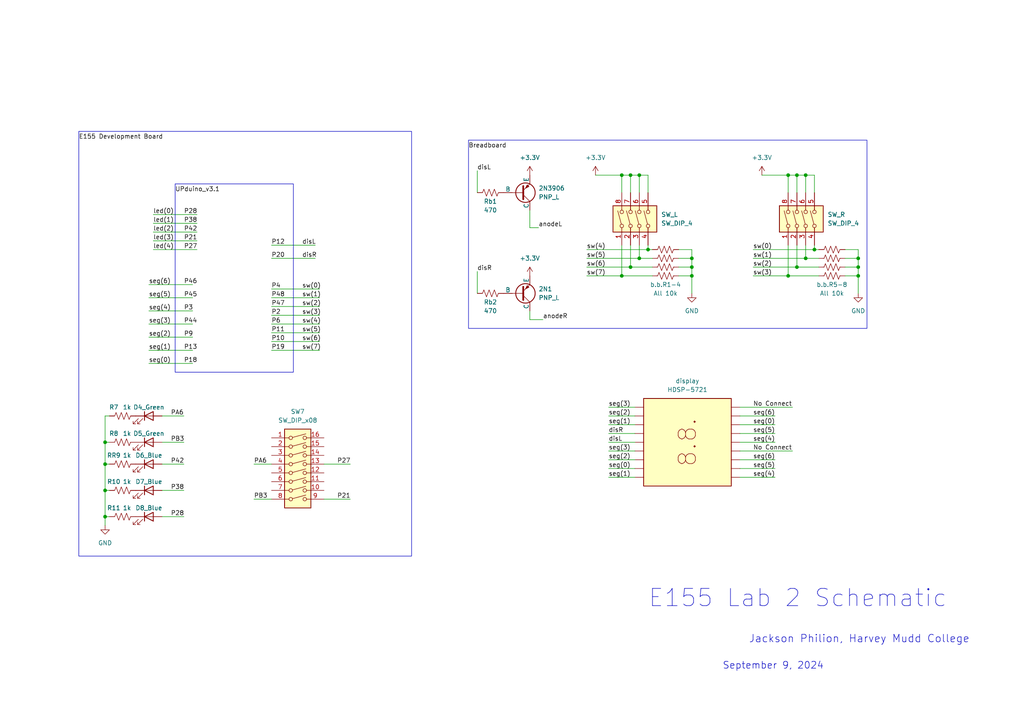
<source format=kicad_sch>
(kicad_sch (version 20230121) (generator eeschema)
  (paper "A4")
  (lib_symbols
    (symbol "Device:LED" (pin_numbers hide) (pin_names (offset 1.016) hide)
      (property "Reference" "D" (at 0 2.54 0))
      (property "Value" "LED" (at 0 -2.54 0))
      (symbol "LED_0_1"
        (polyline (pts (xy -1.27 -1.27) (xy -1.27 1.27)) (stroke (width 0.254)))
        (polyline (pts (xy -1.27 0) (xy 1.27 0)))
        (polyline (pts (xy 1.27 -1.27) (xy 1.27 1.27) (xy -1.27 0) (xy 1.27 -1.27)) (stroke (width 0.254)))
        (polyline (pts (xy -3.048 -0.762) (xy -4.572 -2.286) (xy -3.81 -2.286) (xy -4.572 -2.286) (xy -4.572 -1.524)))
        (polyline (pts (xy -1.778 -0.762) (xy -3.302 -2.286) (xy -2.54 -2.286) (xy -3.302 -2.286) (xy -3.302 -1.524)))
      )
      (symbol "LED_1_1"
        (pin passive line (at -3.81 0 0) (length 2.54) (name "K") (number "1"))
        (pin passive line (at 3.81 0 180) (length 2.54) (name "A") (number "2"))
      )
    )
    (symbol "Device:R_US" (pin_numbers hide) (pin_names (offset 0))
      (property "Reference" "R" (at 2.54 0 90))
      (property "Value" "R_US" (at -2.54 0 90))
      (symbol "R_US_0_1"
        (polyline (pts (xy 0 -2.286) (xy 0 -2.54)))
        (polyline (pts (xy 0 2.286) (xy 0 2.54)))
        (polyline (pts (xy 0 -0.762) (xy 1.016 -1.143) (xy 0 -1.524) (xy -1.016 -1.905) (xy 0 -2.286)))
        (polyline (pts (xy 0 0.762) (xy 1.016 0.381) (xy 0 0) (xy -1.016 -0.381) (xy 0 -0.762)))
        (polyline (pts (xy 0 2.286) (xy 1.016 1.905) (xy 0 1.524) (xy -1.016 1.143) (xy 0 0.762)))
      )
      (symbol "R_US_1_1"
        (pin passive line (at 0 3.81 270) (length 1.27) (name "~") (number "1"))
        (pin passive line (at 0 -3.81 90) (length 1.27) (name "~") (number "2"))
      )
    )
    (symbol "Display_Character:DA56-11CGKWA" (pin_numbers hide) (pin_names hide)
      (property "Reference" "display" (at 1.27 -13.97 90))
      (property "Value" "part no." (at -1.27 -13.97 90))
      (symbol "DA56-11CGKWA_0_1"
        (rectangle (start -12.7 12.7) (end 12.7 -12.7) (stroke (width 0.254)) (fill (type background)))
      )
      (symbol "DA56-11CGKWA_1_0"
        (text "8.8." (at 0 0 900) (effects (font (size 5 5))))
      )
      (symbol "DA56-11CGKWA_1_1"
        (pin input line (at -15.24 0 0) (length 2.54) (name "DIG1_E") (number "1"))
        (pin input line (at 15.24 7.62 180) (length 2.54) (name "DIG2_B") (number "10"))
        (pin input line (at 15.24 10.16 180) (length 2.54) (name "DIG2_A") (number "11"))
        (pin input line (at 15.24 -2.54 180) (length 2.54) (name "DIG2_F") (number "12"))
        (pin input line (at 15.24 -10.16 180) (length 2.54) (name "DIG2_CA") (number "13"))
        (pin input line (at -15.24 -10.16 0) (length 2.54) (name "DIG1_CA") (number "14"))
        (pin input line (at -15.24 7.62 0) (length 2.54) (name "DIG1_B") (number "15"))
        (pin input line (at -15.24 10.16 0) (length 2.54) (name "DIG1_A") (number "16"))
        (pin input line (at -15.24 -5.08 0) (length 2.54) (name "DIG1_G") (number "17"))
        (pin input line (at -15.24 -2.54 0) (length 2.54) (name "DIG1_F") (number "18"))
        (pin input line (at -15.24 2.54 0) (length 2.54) (name "DIG1_D") (number "2"))
        (pin input line (at -15.24 5.08 0) (length 2.54) (name "DIG1_C") (number "3"))
        (pin input line (at -15.24 -7.62 0) (length 2.54) (name "DP1") (number "4"))
        (pin input line (at 15.24 0 180) (length 2.54) (name "DIG2_E") (number "5"))
        (pin input line (at 15.24 2.54 180) (length 2.54) (name "DIG2_D") (number "6"))
        (pin input line (at 15.24 -5.08 180) (length 2.54) (name "DIG2_G") (number "7"))
        (pin input line (at 15.24 5.08 180) (length 2.54) (name "DIG2_C") (number "8"))
        (pin input line (at 15.24 -7.62 180) (length 2.54) (name "DP2") (number "9"))
      )
    )
    (symbol "Simulation_SPICE:PNP" (pin_numbers hide) (pin_names (offset 0))
      (property "Reference" "Q" (at -2.54 7.62 0))
      (property "Value" "PNP" (at -2.54 5.08 0))
      (symbol "PNP_0_1"
        (polyline (pts (xy -2.54 0) (xy 0.635 0)) (stroke (width 0.1524)))
        (polyline (pts (xy 0.635 0.635) (xy 2.54 2.54)))
        (polyline (pts (xy 0.635 -0.635) (xy 2.54 -2.54) (xy 2.54 -2.54)))
        (polyline (pts (xy 0.635 1.905) (xy 0.635 -1.905) (xy 0.635 -1.905)) (stroke (width 0.508)))
        (polyline (pts (xy 2.286 -1.778) (xy 1.778 -2.286) (xy 1.27 -1.27) (xy 2.286 -1.778) (xy 2.286 -1.778)) (fill (type outline)))
        (circle (center 1.27 0) (radius 2.8194) (stroke (width 0.254)))
      )
      (symbol "PNP_1_1"
        (pin open_collector line (at 2.54 5.08 270) (length 2.54) (name "C") (number "1"))
        (pin input line (at -5.08 0 0) (length 2.54) (name "B") (number "2"))
        (pin open_emitter line (at 2.54 -5.08 90) (length 2.54) (name "E") (number "3"))
      )
    )
    (symbol "Switch:SW_DIP_x04" (pin_names (offset 0) hide)
      (property "Reference" "SW" (at 0 8.89 0))
      (property "Value" "SW_DIP_x04" (at 0 -6.35 0))
      (symbol "SW_DIP_x04_0_0"
        (circle (center -2.032 -2.54) (radius 0.508))
        (circle (center -2.032 0) (radius 0.508))
        (circle (center -2.032 2.54) (radius 0.508))
        (circle (center -2.032 5.08) (radius 0.508))
        (polyline (pts (xy -1.524 -2.3876) (xy 2.3622 -1.3462)))
        (polyline (pts (xy -1.524 0.127) (xy 2.3622 1.1684)))
        (polyline (pts (xy -1.524 2.667) (xy 2.3622 3.7084)))
        (polyline (pts (xy -1.524 5.207) (xy 2.3622 6.2484)))
        (circle (center 2.032 -2.54) (radius 0.508))
        (circle (center 2.032 0) (radius 0.508))
        (circle (center 2.032 2.54) (radius 0.508))
        (circle (center 2.032 5.08) (radius 0.508))
      )
      (symbol "SW_DIP_x04_0_1"
        (rectangle (start -3.81 7.62) (end 3.81 -5.08) (stroke (width 0.254)) (fill (type background)))
      )
      (symbol "SW_DIP_x04_1_1"
        (pin passive line (at -7.62 5.08 0) (length 5.08) (name "~") (number "1"))
        (pin passive line (at -7.62 2.54 0) (length 5.08) (name "~") (number "2"))
        (pin passive line (at -7.62 0 0) (length 5.08) (name "~") (number "3"))
        (pin passive line (at -7.62 -2.54 0) (length 5.08) (name "~") (number "4"))
        (pin passive line (at 7.62 -2.54 180) (length 5.08) (name "~") (number "5"))
        (pin passive line (at 7.62 0 180) (length 5.08) (name "~") (number "6"))
        (pin passive line (at 7.62 2.54 180) (length 5.08) (name "~") (number "7"))
        (pin passive line (at 7.62 5.08 180) (length 5.08) (name "~") (number "8"))
      )
    )
    (symbol "Switch:SW_DIP_x08" (pin_names (offset 0) hide)
      (property "Reference" "SW" (at 0 13.97 0))
      (property "Value" "SW_DIP_x08" (at 0 -11.43 0))
      (symbol "SW_DIP_x08_0_0"
        (circle (center -2.032 -7.62) (radius 0.508))
        (circle (center -2.032 -5.08) (radius 0.508))
        (circle (center -2.032 -2.54) (radius 0.508))
        (circle (center -2.032 0) (radius 0.508))
        (circle (center -2.032 2.54) (radius 0.508))
        (circle (center -2.032 5.08) (radius 0.508))
        (circle (center -2.032 7.62) (radius 0.508))
        (circle (center -2.032 10.16) (radius 0.508))
        (polyline (pts (xy -1.524 -7.4676) (xy 2.3622 -6.4262)))
        (polyline (pts (xy -1.524 -4.9276) (xy 2.3622 -3.8862)))
        (polyline (pts (xy -1.524 -2.3876) (xy 2.3622 -1.3462)))
        (polyline (pts (xy -1.524 0.127) (xy 2.3622 1.1684)))
        (polyline (pts (xy -1.524 2.667) (xy 2.3622 3.7084)))
        (polyline (pts (xy -1.524 5.207) (xy 2.3622 6.2484)))
        (polyline (pts (xy -1.524 7.747) (xy 2.3622 8.7884)))
        (polyline (pts (xy -1.524 10.287) (xy 2.3622 11.3284)))
        (circle (center 2.032 -7.62) (radius 0.508))
        (circle (center 2.032 -5.08) (radius 0.508))
        (circle (center 2.032 -2.54) (radius 0.508))
        (circle (center 2.032 0) (radius 0.508))
        (circle (center 2.032 2.54) (radius 0.508))
        (circle (center 2.032 5.08) (radius 0.508))
        (circle (center 2.032 7.62) (radius 0.508))
        (circle (center 2.032 10.16) (radius 0.508))
      )
      (symbol "SW_DIP_x08_0_1"
        (rectangle (start -3.81 12.7) (end 3.81 -10.16) (stroke (width 0.254)) (fill (type background)))
      )
      (symbol "SW_DIP_x08_1_1"
        (pin passive line (at -7.62 10.16 0) (length 5.08) (name "~") (number "1"))
        (pin passive line (at 7.62 -5.08 180) (length 5.08) (name "~") (number "10"))
        (pin passive line (at 7.62 -2.54 180) (length 5.08) (name "~") (number "11"))
        (pin passive line (at 7.62 0 180) (length 5.08) (name "~") (number "12"))
        (pin passive line (at 7.62 2.54 180) (length 5.08) (name "~") (number "13"))
        (pin passive line (at 7.62 5.08 180) (length 5.08) (name "~") (number "14"))
        (pin passive line (at 7.62 7.62 180) (length 5.08) (name "~") (number "15"))
        (pin passive line (at 7.62 10.16 180) (length 5.08) (name "~") (number "16"))
        (pin passive line (at -7.62 7.62 0) (length 5.08) (name "~") (number "2"))
        (pin passive line (at -7.62 5.08 0) (length 5.08) (name "~") (number "3"))
        (pin passive line (at -7.62 2.54 0) (length 5.08) (name "~") (number "4"))
        (pin passive line (at -7.62 0 0) (length 5.08) (name "~") (number "5"))
        (pin passive line (at -7.62 -2.54 0) (length 5.08) (name "~") (number "6"))
        (pin passive line (at -7.62 -5.08 0) (length 5.08) (name "~") (number "7"))
        (pin passive line (at -7.62 -7.62 0) (length 5.08) (name "~") (number "8"))
        (pin passive line (at 7.62 -7.62 180) (length 5.08) (name "~") (number "9"))
      )
    )
    (symbol "power:+3.3V" (power) (pin_names (offset 0))
      (property "Value" "+3.3V" (at 0 3.556 0))
      (symbol "+3.3V_0_1"
        (polyline (pts (xy -0.762 1.27) (xy 0 2.54)))
        (polyline (pts (xy 0 0) (xy 0 2.54)))
        (polyline (pts (xy 0 2.54) (xy 0.762 1.27)))
      )
      (symbol "+3.3V_1_1"
        (pin power_in line (at 0 0 90) (length 0) hide (name "+3.3V") (number "1"))
      )
    )
    (symbol "power:GND" (power) (pin_names (offset 0))
      (property "Value" "GND" (at 0 -3.81 0))
      (symbol "GND_0_1"
        (polyline (pts (xy 0 0) (xy 0 -1.27) (xy 1.27 -1.27) (xy 0 -2.54) (xy -1.27 -1.27) (xy 0 -1.27)))
      )
      (symbol "GND_1_1"
        (pin power_in line (at 0 0 270) (length 0) hide (name "GND") (number "1"))
      )
    )
  )
  (junction (at 236.22 72.39))
  (junction (at 182.88 77.47))
  (junction (at 248.92 74.93))
  (junction (at 182.88 50.8))
  (junction (at 231.14 77.47))
  (junction (at 200.66 80.01))
  (junction (at 30.48 142.24))
  (junction (at 200.66 74.93))
  (junction (at 228.6 80.01))
  (junction (at 30.48 149.86))
  (junction (at 228.6 50.8))
  (junction (at 233.68 50.8))
  (junction (at 200.66 77.47))
  (junction (at 248.92 77.47))
  (junction (at 248.92 80.01))
  (junction (at 180.34 80.01))
  (junction (at 233.68 74.93))
  (junction (at 30.48 134.62))
  (junction (at 185.42 50.8))
  (junction (at 231.14 50.8))
  (junction (at 30.48 128.27))
  (junction (at 185.42 74.93))
  (junction (at 187.96 72.39))
  (junction (at 180.34 50.8))
  (wire (pts (xy 30.48 128.27) (xy 30.48 134.62)))
  (wire (pts (xy 236.22 72.39) (xy 237.49 72.39)))
  (wire (pts (xy 138.43 49.53) (xy 138.43 55.88)))
  (wire (pts (xy 231.14 50.8) (xy 231.14 55.88)))
  (wire (pts (xy 218.44 77.47) (xy 231.14 77.47)))
  (wire (pts (xy 176.53 118.11) (xy 184.15 118.11)))
  (wire (pts (xy 245.11 80.01) (xy 248.92 80.01)))
  (wire (pts (xy 176.53 133.35) (xy 184.15 133.35)))
  (wire (pts (xy 78.74 71.12) (xy 91.44 71.12)))
  (wire (pts (xy 196.85 74.93) (xy 200.66 74.93)))
  (wire (pts (xy 196.85 72.39) (xy 200.66 72.39)))
  (wire (pts (xy 231.14 71.12) (xy 231.14 77.47)))
  (wire (pts (xy 43.18 86.36) (xy 55.88 86.36)))
  (wire (pts (xy 30.48 149.86) (xy 31.75 149.86)))
  (wire (pts (xy 180.34 80.01) (xy 189.23 80.01)))
  (wire (pts (xy 218.44 74.93) (xy 233.68 74.93)))
  (wire (pts (xy 46.99 120.65) (xy 53.34 120.65)))
  (wire (pts (xy 30.48 149.86) (xy 30.48 152.4)))
  (wire (pts (xy 46.99 134.62) (xy 53.34 134.62)))
  (wire (pts (xy 46.99 149.86) (xy 53.34 149.86)))
  (wire (pts (xy 176.53 130.81) (xy 184.15 130.81)))
  (wire (pts (xy 30.48 134.62) (xy 30.48 142.24)))
  (wire (pts (xy 31.75 134.62) (xy 30.48 134.62)))
  (wire (pts (xy 214.63 125.73) (xy 224.79 125.73)))
  (wire (pts (xy 78.74 101.6) (xy 92.71 101.6)))
  (wire (pts (xy 233.68 50.8) (xy 233.68 55.88)))
  (wire (pts (xy 93.98 134.62) (xy 101.6 134.62)))
  (wire (pts (xy 182.88 77.47) (xy 189.23 77.47)))
  (wire (pts (xy 187.96 71.12) (xy 187.96 72.39)))
  (wire (pts (xy 170.18 72.39) (xy 187.96 72.39)))
  (wire (pts (xy 170.18 80.01) (xy 180.34 80.01)))
  (wire (pts (xy 78.74 99.06) (xy 92.71 99.06)))
  (wire (pts (xy 180.34 50.8) (xy 180.34 55.88)))
  (wire (pts (xy 78.74 91.44) (xy 92.71 91.44)))
  (wire (pts (xy 196.85 80.01) (xy 200.66 80.01)))
  (wire (pts (xy 233.68 50.8) (xy 236.22 50.8)))
  (wire (pts (xy 73.66 144.78) (xy 78.74 144.78)))
  (wire (pts (xy 200.66 74.93) (xy 200.66 77.47)))
  (wire (pts (xy 78.74 96.52) (xy 92.71 96.52)))
  (wire (pts (xy 31.75 120.65) (xy 30.48 120.65)))
  (wire (pts (xy 30.48 120.65) (xy 30.48 128.27)))
  (wire (pts (xy 78.74 93.98) (xy 92.71 93.98)))
  (wire (pts (xy 231.14 77.47) (xy 237.49 77.47)))
  (wire (pts (xy 30.48 142.24) (xy 31.75 142.24)))
  (wire (pts (xy 182.88 50.8) (xy 182.88 55.88)))
  (wire (pts (xy 236.22 71.12) (xy 236.22 72.39)))
  (wire (pts (xy 214.63 133.35) (xy 224.79 133.35)))
  (wire (pts (xy 43.18 82.55) (xy 55.88 82.55)))
  (wire (pts (xy 44.45 72.39) (xy 57.15 72.39)))
  (wire (pts (xy 43.18 105.41) (xy 55.88 105.41)))
  (wire (pts (xy 245.11 74.93) (xy 248.92 74.93)))
  (wire (pts (xy 233.68 71.12) (xy 233.68 74.93)))
  (wire (pts (xy 78.74 74.93) (xy 91.44 74.93)))
  (wire (pts (xy 245.11 72.39) (xy 248.92 72.39)))
  (wire (pts (xy 176.53 135.89) (xy 184.15 135.89)))
  (wire (pts (xy 78.74 88.9) (xy 92.71 88.9)))
  (wire (pts (xy 214.63 123.19) (xy 224.79 123.19)))
  (wire (pts (xy 138.43 78.74) (xy 138.43 85.09)))
  (wire (pts (xy 200.66 80.01) (xy 200.66 85.09)))
  (wire (pts (xy 185.42 71.12) (xy 185.42 74.93)))
  (wire (pts (xy 172.72 50.8) (xy 180.34 50.8)))
  (wire (pts (xy 231.14 50.8) (xy 233.68 50.8)))
  (wire (pts (xy 170.18 74.93) (xy 185.42 74.93)))
  (wire (pts (xy 245.11 77.47) (xy 248.92 77.47)))
  (wire (pts (xy 218.44 80.01) (xy 228.6 80.01)))
  (wire (pts (xy 196.85 77.47) (xy 200.66 77.47)))
  (wire (pts (xy 44.45 69.85) (xy 57.15 69.85)))
  (wire (pts (xy 180.34 71.12) (xy 180.34 80.01)))
  (wire (pts (xy 46.99 142.24) (xy 53.34 142.24)))
  (wire (pts (xy 43.18 90.17) (xy 55.88 90.17)))
  (wire (pts (xy 200.66 77.47) (xy 200.66 80.01)))
  (wire (pts (xy 43.18 97.79) (xy 55.88 97.79)))
  (wire (pts (xy 185.42 50.8) (xy 187.96 50.8)))
  (wire (pts (xy 78.74 86.36) (xy 92.71 86.36)))
  (wire (pts (xy 228.6 80.01) (xy 237.49 80.01)))
  (wire (pts (xy 73.66 134.62) (xy 78.74 134.62)))
  (wire (pts (xy 176.53 123.19) (xy 184.15 123.19)))
  (wire (pts (xy 176.53 138.43) (xy 184.15 138.43)))
  (wire (pts (xy 31.75 128.27) (xy 30.48 128.27)))
  (wire (pts (xy 248.92 80.01) (xy 248.92 85.09)))
  (wire (pts (xy 43.18 93.98) (xy 55.88 93.98)))
  (wire (pts (xy 214.63 120.65) (xy 224.79 120.65)))
  (wire (pts (xy 228.6 50.8) (xy 231.14 50.8)))
  (wire (pts (xy 214.63 130.81) (xy 229.87 130.81)))
  (wire (pts (xy 236.22 50.8) (xy 236.22 55.88)))
  (wire (pts (xy 228.6 50.8) (xy 228.6 55.88)))
  (wire (pts (xy 248.92 72.39) (xy 248.92 74.93)))
  (wire (pts (xy 46.99 128.27) (xy 53.34 128.27)))
  (wire (pts (xy 180.34 50.8) (xy 182.88 50.8)))
  (wire (pts (xy 44.45 67.31) (xy 57.15 67.31)))
  (wire (pts (xy 220.98 50.8) (xy 228.6 50.8)))
  (wire (pts (xy 187.96 72.39) (xy 189.23 72.39)))
  (wire (pts (xy 176.53 125.73) (xy 184.15 125.73)))
  (wire (pts (xy 170.18 77.47) (xy 182.88 77.47)))
  (wire (pts (xy 153.67 66.04) (xy 153.67 60.96)))
  (wire (pts (xy 156.21 66.04) (xy 153.67 66.04)))
  (wire (pts (xy 248.92 77.47) (xy 248.92 80.01)))
  (wire (pts (xy 185.42 74.93) (xy 189.23 74.93)))
  (wire (pts (xy 44.45 62.23) (xy 57.15 62.23)))
  (wire (pts (xy 176.53 128.27) (xy 184.15 128.27)))
  (wire (pts (xy 214.63 135.89) (xy 224.79 135.89)))
  (wire (pts (xy 153.67 92.71) (xy 153.67 90.17)))
  (wire (pts (xy 187.96 50.8) (xy 187.96 55.88)))
  (wire (pts (xy 43.18 101.6) (xy 55.88 101.6)))
  (wire (pts (xy 214.63 128.27) (xy 224.79 128.27)))
  (wire (pts (xy 182.88 71.12) (xy 182.88 77.47)))
  (wire (pts (xy 218.44 72.39) (xy 236.22 72.39)))
  (wire (pts (xy 157.48 92.71) (xy 153.67 92.71)))
  (wire (pts (xy 214.63 118.11) (xy 229.87 118.11)))
  (wire (pts (xy 185.42 50.8) (xy 185.42 55.88)))
  (wire (pts (xy 176.53 120.65) (xy 184.15 120.65)))
  (wire (pts (xy 93.98 144.78) (xy 101.6 144.78)))
  (wire (pts (xy 200.66 72.39) (xy 200.66 74.93)))
  (wire (pts (xy 248.92 74.93) (xy 248.92 77.47)))
  (wire (pts (xy 233.68 74.93) (xy 237.49 74.93)))
  (wire (pts (xy 30.48 142.24) (xy 30.48 149.86)))
  (wire (pts (xy 214.63 138.43) (xy 224.79 138.43)))
  (wire (pts (xy 182.88 50.8) (xy 185.42 50.8)))
  (wire (pts (xy 228.6 71.12) (xy 228.6 80.01)))
  (wire (pts (xy 44.45 64.77) (xy 57.15 64.77)))
  (wire (pts (xy 78.74 83.82) (xy 92.71 83.82)))
  (rectangle (start 135.89 40.64) (end 251.46 95.25))
  (rectangle (start 50.8 53.34) (end 85.09 107.95))
  (rectangle (start 22.86 38.1) (end 119.38 161.29))
  (text "September 9, 2024" (at 209.55 194.31 0) (effects (font (size 2 2)) (justify left bottom)))
  (text "Jackson Philion, Harvey Mudd College" (at 217.17 186.69 0) (effects (font (size 2.2 2.2)) (justify left bottom)))
  (text "E155 Lab 2 Schematic" (at 187.96 176.53 0) (effects (font (size 5 5)) (justify left bottom)))
  (label "P27" (at 97.79 134.62 0))
  (label "sw(1)" (at 218.44 74.93 0))
  (label "seg(3)" (at 176.53 118.11 0))
  (label "PA6" (at 49.53 120.65 0))
  (label "P46" (at 53.34 82.55 0))
  (label "seg(4)" (at 218.44 128.27 0))
  (label "sw(0)" (at 218.44 72.39 0))
  (label "P13" (at 53.34 101.6 0))
  (label "sw(3)" (at 87.63 91.44 0))
  (label "seg(4)" (at 43.18 90.17 0))
  (label "anodeR" (at 157.48 92.71 0))
  (label "PA6" (at 73.66 134.62 0))
  (label "disL" (at 176.53 128.27 0))
  (label "sw(6)" (at 170.18 77.47 0))
  (label "sw(7)" (at 87.63 101.6 0))
  (label "P28" (at 49.53 149.86 0))
  (label "disR" (at 87.63 74.93 0))
  (label "P6" (at 78.74 93.98 0))
  (label "P44" (at 53.34 93.98 0))
  (label "sw(5)" (at 87.63 96.52 0))
  (label "P38" (at 49.53 142.24 0))
  (label "seg(2)" (at 176.53 133.35 0))
  (label "sw(6)" (at 87.63 99.06 0))
  (label "seg(6)" (at 218.44 120.65 0))
  (label "P2" (at 78.74 91.44 0))
  (label "P11" (at 78.74 96.52 0))
  (label "seg(3)" (at 176.53 130.81 0))
  (label "P38" (at 53.34 64.77 0))
  (label "sw(3)" (at 218.44 80.01 0))
  (label "P42" (at 53.34 67.31 0))
  (label "seg(5)" (at 218.44 135.89 0))
  (label "No Connect" (at 218.44 130.81 0))
  (label "seg(0)" (at 176.53 135.89 0))
  (label "P18" (at 53.34 105.41 0))
  (label "led(1)" (at 44.45 64.77 0))
  (label "P28" (at 53.34 62.23 0))
  (label "P19" (at 78.74 101.6 0))
  (label "P47" (at 78.74 88.9 0))
  (label "anodeL" (at 156.21 66.04 0))
  (label "led(0)" (at 44.45 62.23 0))
  (label "seg(0)" (at 218.44 123.19 0))
  (label "P9" (at 53.34 97.79 0))
  (label "seg(0)" (at 43.18 105.41 0))
  (label "P27" (at 53.34 72.39 0))
  (label "P45" (at 53.34 86.36 0))
  (label "seg(1)" (at 43.18 101.6 0))
  (label "seg(5)" (at 218.44 125.73 0))
  (label "seg(1)" (at 176.53 123.19 0))
  (label "seg(3)" (at 43.18 93.98 0))
  (label "P21" (at 53.34 69.85 0))
  (label "seg(6)" (at 218.44 133.35 0))
  (label "PB3" (at 49.53 128.27 0))
  (label "disL" (at 138.43 49.53 0))
  (label "seg(4)" (at 218.44 138.43 0))
  (label "led(3)" (at 44.45 69.85 0))
  (label "disL" (at 87.63 71.12 0))
  (label "P42" (at 49.53 134.62 0))
  (label "sw(0)" (at 87.63 83.82 0))
  (label "sw(1)" (at 87.63 86.36 0))
  (label "PB3" (at 73.66 144.78 0))
  (label "P20" (at 78.74 74.93 0))
  (label "disR" (at 138.43 78.74 0))
  (label "disR" (at 176.53 125.73 0))
  (label "sw(7)" (at 170.18 80.01 0))
  (label "No Connect" (at 218.44 118.11 0))
  (label "sw(2)" (at 87.63 88.9 0))
  (label "led(4)" (at 44.45 72.39 0))
  (label "P4" (at 78.74 83.82 0))
  (label "seg(6)" (at 43.18 82.55 0))
  (label "seg(5)" (at 43.18 86.36 0))
  (label "P12" (at 78.74 71.12 0))
  (label "seg(2)" (at 43.18 97.79 0))
  (label "seg(2)" (at 176.53 120.65 0))
  (label "UPduino_v3.1" (at 50.8 55.88 0))
  (label "led(2)" (at 44.45 67.31 0))
  (label "Breadboard" (at 135.89 43.18 0))
  (label "P10" (at 78.74 99.06 0))
  (label "E155 Development Board" (at 22.86 40.64 0))
  (label "sw(5)" (at 170.18 74.93 0))
  (label "P3" (at 53.34 90.17 0))
  (label "sw(2)" (at 218.44 77.47 0))
  (label "sw(4)" (at 170.18 72.39 0))
  (label "seg(1)" (at 176.53 138.43 0))
  (label "P21" (at 97.79 144.78 0))
  (label "P48" (at 78.74 86.36 0))
  (label "sw(4)" (at 87.63 93.98 0))
  (symbol (lib_id "Device:R_US") (at 35.56 128.27 90) (unit 1)
    (property "Reference" "R8" (at 33.02 125.73 90))
    (property "Value" "1k" (at 36.83 125.73 90))
  )
  (symbol (lib_id "power:+3.3V") (at 220.98 50.8 0) (unit 1)
    (property "Reference" "#PWR02" (effects hide))
    (property "Value" "+3.3V" (at 220.98 45.72 0))
  )
  (symbol (lib_id "Device:R_US") (at 193.04 72.39 90) (unit 1)
    (property "Reference" "R4" (effects hide))
    (property "Value" "R_US" (effects hide))
  )
  (symbol (lib_id "Device:R_US") (at 142.24 55.88 90) (unit 1)
    (property "Reference" "Rb1" (at 142.24 58.42 90))
    (property "Value" "470" (at 142.24 60.96 90))
  )
  (symbol (lib_id "Device:LED") (at 43.18 149.86 0) (unit 1)
    (property "Reference" "D8_Blue" (at 43.18 147.32 0))
    (property "Value" "LED" (effects hide))
  )
  (symbol (lib_id "power:GND") (at 200.66 85.09 0) (unit 1)
    (property "Reference" "#PWR03" (effects hide))
    (property "Value" "GND" (at 200.66 90.17 0))
  )
  (symbol (lib_id "Device:R_US") (at 142.24 85.09 90) (unit 1)
    (property "Reference" "Rb2" (at 142.24 87.63 90))
    (property "Value" "470" (at 142.24 90.17 90))
  )
  (symbol (lib_id "power:GND") (at 30.48 152.4 0) (unit 1)
    (property "Reference" "#PWR07" (effects hide))
    (property "Value" "GND" (at 30.48 157.48 0))
  )
  (symbol (lib_id "Device:R_US") (at 241.3 72.39 90) (unit 1)
    (property "Reference" "R2" (effects hide))
    (property "Value" "R_US" (effects hide))
  )
  (symbol (lib_id "Device:R_US") (at 241.3 80.01 90) (unit 1)
    (property "Reference" "b.b.R5-8" (at 241.3 82.55 90))
    (property "Value" "All 10k" (at 241.3 85.09 90))
  )
  (symbol (lib_id "Device:R_US") (at 241.3 77.47 90) (unit 1)
    (property "Reference" "R1" (effects hide))
    (property "Value" "R_US" (effects hide))
  )
  (symbol (lib_id "Device:LED") (at 43.18 120.65 0) (unit 1)
    (property "Reference" "D4_Green" (at 43.18 118.11 0))
    (property "Value" "LED" (effects hide))
  )
  (symbol (lib_id "Device:LED") (at 43.18 134.62 0) (unit 1)
    (property "Reference" "D6_Blue" (at 43.18 132.08 0))
    (property "Value" "LED" (effects hide))
  )
  (symbol (lib_id "Switch:SW_DIP_x08") (at 86.36 137.16 0) (unit 1)
    (property "Reference" "SW7" (at 86.36 119.38 0))
    (property "Value" "SW_DIP_x08" (at 86.36 121.92 0))
  )
  (symbol (lib_id "Device:R_US") (at 193.04 77.47 90) (unit 1)
    (property "Reference" "R6" (effects hide))
    (property "Value" "R_US" (effects hide))
  )
  (symbol (lib_id "Device:LED") (at 43.18 142.24 0) (unit 1)
    (property "Reference" "D7_Blue" (at 43.18 139.7 0))
    (property "Value" "LED" (effects hide))
  )
  (symbol (lib_id "power:GND") (at 248.92 85.09 0) (unit 1)
    (property "Reference" "#PWR01" (effects hide))
    (property "Value" "GND" (at 248.92 90.17 0))
  )
  (symbol (lib_id "Device:R_US") (at 241.3 74.93 90) (unit 1)
    (property "Reference" "R3" (effects hide))
    (property "Value" "R_US" (effects hide))
  )
  (symbol (lib_id "Simulation_SPICE:PNP") (at 151.13 85.09 0) (mirror x) (unit 1)
    (property "Reference" "2N1" (at 156.21 83.82 0) (effects (justify left)))
    (property "Value" "PNP_L" (at 156.21 86.36 0) (effects (justify left)))
    (property "Sim.Device" "PNP" (effects hide))
    (property "Sim.Type" "GUMMELPOON" (effects hide))
    (property "Sim.Pins" "1=C 2=B 3=E" (effects hide))
  )
  (symbol (lib_id "Device:LED") (at 43.18 128.27 0) (unit 1)
    (property "Reference" "D5_Green" (at 43.18 125.73 0))
    (property "Value" "LED" (effects hide))
  )
  (symbol (lib_id "Device:R_US") (at 35.56 142.24 90) (unit 1)
    (property "Reference" "R10" (at 33.02 139.7 90))
    (property "Value" "1k" (at 36.83 139.7 90))
  )
  (symbol (lib_id "Device:R_US") (at 35.56 134.62 90) (unit 1)
    (property "Reference" "RR9" (at 33.02 132.08 90))
    (property "Value" "1k" (at 36.83 132.08 90))
  )
  (symbol (lib_id "Switch:SW_DIP_x04") (at 233.68 63.5 90) (unit 1)
    (property "Reference" "SW_R" (at 240.03 62.23 90) (effects (justify right)))
    (property "Value" "SW_DIP_4" (at 240.03 64.77 90) (effects (justify right)))
  )
  (symbol (lib_id "Device:R_US") (at 35.56 120.65 90) (unit 1)
    (property "Reference" "R7" (at 33.02 118.11 90))
    (property "Value" "1k" (at 36.83 118.11 90))
  )
  (symbol (lib_id "Device:R_US") (at 193.04 80.01 90) (unit 1)
    (property "Reference" "b.b.R1-4" (at 193.04 82.55 90))
    (property "Value" "All 10k" (at 193.04 85.09 90))
  )
  (symbol (lib_id "Device:R_US") (at 35.56 149.86 90) (unit 1)
    (property "Reference" "R11" (at 33.02 147.32 90))
    (property "Value" "1k" (at 36.83 147.32 90))
  )
  (symbol (lib_id "Simulation_SPICE:PNP") (at 151.13 55.88 0) (mirror x) (unit 1)
    (property "Reference" "2N3906" (at 156.21 54.61 0) (effects (justify left)))
    (property "Value" "PNP_L" (at 156.21 57.15 0) (effects (justify left)))
    (property "Sim.Device" "PNP" (effects hide))
    (property "Sim.Type" "GUMMELPOON" (effects hide))
    (property "Sim.Pins" "1=C 2=B 3=E" (effects hide))
  )
  (symbol (lib_id "Device:R_US") (at 193.04 74.93 90) (unit 1)
    (property "Reference" "R5" (effects hide))
    (property "Value" "R_US" (effects hide))
  )
  (symbol (lib_id "power:+3.3V") (at 153.67 80.01 0) (unit 1)
    (property "Reference" "#PWR06" (effects hide))
    (property "Value" "+3.3V" (at 153.67 74.93 0))
  )
  (symbol (lib_id "power:+3.3V") (at 172.72 50.8 0) (unit 1)
    (property "Reference" "#PWR04" (effects hide))
    (property "Value" "+3.3V" (at 172.72 45.72 0))
  )
  (symbol (lib_id "Switch:SW_DIP_x04") (at 185.42 63.5 90) (unit 1)
    (property "Reference" "SW_L" (at 191.77 62.23 90) (effects (justify right)))
    (property "Value" "SW_DIP_4" (at 191.77 64.77 90) (effects (justify right)))
  )
  (symbol (lib_id "Display_Character:DA56-11CGKWA") (at 199.39 128.27 180) (unit 1)
    (property "Reference" "display" (at 199.39 110.49 0))
    (property "Value" "HDSP-5721" (at 199.39 113.03 0))
    (property "Footprint" "Display_7Segment:DA56-11CGKWA" (effects hide))
  )
  (symbol (lib_id "power:+3.3V") (at 153.67 50.8 0) (unit 1)
    (property "Reference" "#PWR05" (effects hide))
    (property "Value" "+3.3V" (at 153.67 45.72 0))
  )
)
</source>
